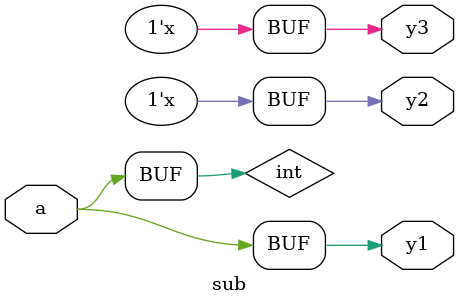
<source format=v>
module main;
  wire y1, y2, y3;
  reg a;

  initial begin
    $monitor($time , " y1 = %d, y2 = %d, y3 = %d, a = %d", y1, y2, y3, a);
    #1 a = 1;
    #1 a = 0;
  end

  sub s1(y1, y2, y3, a);

endmodule // main

module sub(y1, y2, y3, a);
  output y1, y2, y3;
  input a;
  reg y1, y2, y3;
  reg int;

  always @(*) begin
    y1 <= a;
    y2 <= y1;

    int <= a;
    y3 <= int;
  end

endmodule

</source>
